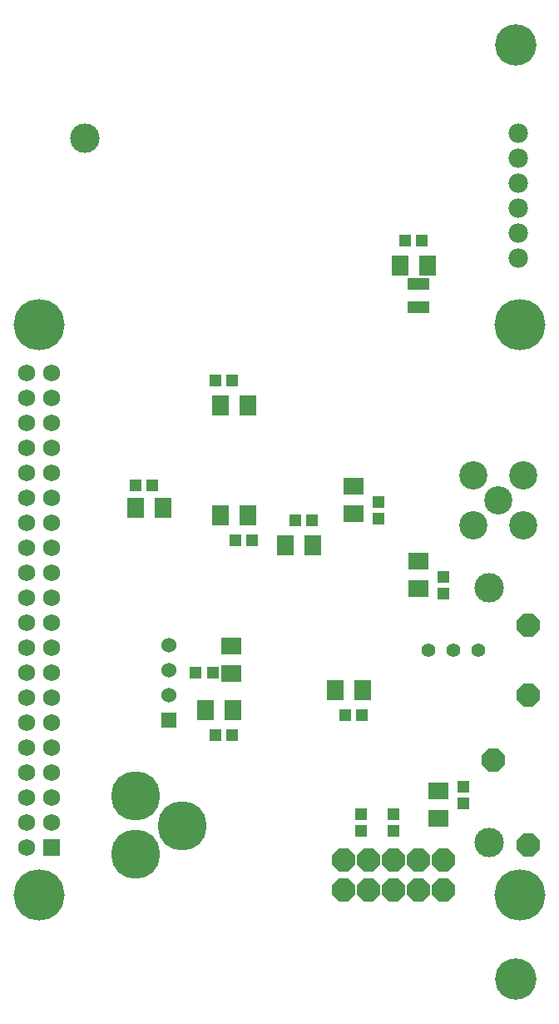
<source format=gbs>
G04 EAGLE Gerber RS-274X export*
G75*
%MOMM*%
%FSLAX34Y34*%
%LPD*%
%INSoldermask Bottom*%
%IPPOS*%
%AMOC8*
5,1,8,0,0,1.08239X$1,22.5*%
G01*
%ADD10C,4.203200*%
%ADD11C,3.000000*%
%ADD12R,1.303200X1.203200*%
%ADD13C,5.003200*%
%ADD14R,1.203200X1.303200*%
%ADD15R,2.003200X1.803200*%
%ADD16R,1.803200X2.003200*%
%ADD17R,1.727200X1.727200*%
%ADD18C,1.727200*%
%ADD19C,5.203200*%
%ADD20P,2.556822X8X202.500000*%
%ADD21C,1.403200*%
%ADD22R,1.524000X1.524000*%
%ADD23C,1.524000*%
%ADD24C,1.981200*%
%ADD25R,2.203200X1.258800*%
%ADD26C,2.870200*%
%ADD27P,2.556822X8X292.500000*%
%ADD28P,2.556822X8X22.500000*%
%ADD29P,2.556822X8X112.500000*%


D10*
X520000Y900000D03*
X520000Y-50000D03*
D11*
X81880Y805000D03*
X493360Y88720D03*
X493360Y347800D03*
D12*
X363300Y100800D03*
X363300Y117800D03*
X396320Y100800D03*
X396320Y117800D03*
D13*
X180700Y106080D03*
X133700Y136080D03*
X133700Y77080D03*
D14*
X194780Y261540D03*
X211780Y261540D03*
D15*
X231220Y288400D03*
X231220Y260400D03*
D16*
X133240Y429180D03*
X161240Y429180D03*
D17*
X47700Y83700D03*
D18*
X22282Y83566D03*
X47682Y108966D03*
X22282Y108966D03*
X47682Y134366D03*
X22282Y134366D03*
X47682Y159766D03*
X22282Y159766D03*
X47682Y185166D03*
X22282Y185166D03*
X47682Y210566D03*
X22282Y210566D03*
X47682Y235966D03*
X22282Y235966D03*
X47682Y261366D03*
X22282Y261366D03*
X47682Y286766D03*
X22282Y286766D03*
X47682Y312166D03*
X22282Y312166D03*
X47682Y337566D03*
X22282Y337566D03*
X47682Y362966D03*
X22282Y362966D03*
X47682Y388366D03*
X22282Y388366D03*
X47682Y413766D03*
X22282Y413766D03*
X47682Y439166D03*
X22282Y439166D03*
X47682Y464566D03*
X22282Y464566D03*
X47682Y489966D03*
X22282Y489966D03*
X47682Y515366D03*
X22282Y515366D03*
X47682Y540766D03*
X22282Y540766D03*
X47682Y566166D03*
X22282Y566166D03*
D19*
X35000Y35000D03*
X525000Y35000D03*
X525000Y615000D03*
X35000Y615000D03*
D15*
X421560Y346760D03*
X421560Y374760D03*
D14*
X446960Y342100D03*
X446960Y359100D03*
X381080Y418140D03*
X381080Y435140D03*
D15*
X355680Y422800D03*
X355680Y450800D03*
D20*
X447040Y40640D03*
X345440Y40640D03*
X396240Y40640D03*
X370840Y40640D03*
X421640Y40640D03*
D12*
X133740Y452120D03*
X150740Y452120D03*
D21*
X457200Y284480D03*
X431800Y284480D03*
X482600Y284480D03*
D15*
X441960Y141000D03*
X441960Y113000D03*
D14*
X467360Y145660D03*
X467360Y128660D03*
D12*
X364100Y218440D03*
X347100Y218440D03*
D16*
X364520Y243840D03*
X336520Y243840D03*
D22*
X167640Y213360D03*
D23*
X167640Y238760D03*
X167640Y264160D03*
X167640Y289560D03*
D16*
X232440Y223520D03*
X204440Y223520D03*
D14*
X215020Y198120D03*
X232020Y198120D03*
D24*
X523240Y734060D03*
X523240Y759460D03*
X523240Y784860D03*
X523240Y810260D03*
X523240Y708660D03*
X523240Y683260D03*
D25*
X421640Y633382D03*
X421640Y656938D03*
D16*
X402560Y675640D03*
X430560Y675640D03*
D12*
X408060Y701040D03*
X425060Y701040D03*
D16*
X219680Y533400D03*
X247680Y533400D03*
D12*
X215020Y558800D03*
X232020Y558800D03*
D16*
X313720Y391160D03*
X285720Y391160D03*
D12*
X313300Y416560D03*
X296300Y416560D03*
D16*
X247680Y421640D03*
X219680Y421640D03*
D12*
X252340Y396240D03*
X235340Y396240D03*
D26*
X477520Y462280D03*
X477520Y411480D03*
X528320Y411480D03*
X528320Y462280D03*
X502920Y436880D03*
D27*
X533400Y238760D03*
X533400Y86360D03*
D28*
X497840Y172720D03*
X447040Y71120D03*
X345440Y71120D03*
X370840Y71120D03*
X396240Y71120D03*
X421640Y71120D03*
D29*
X533400Y309880D03*
M02*

</source>
